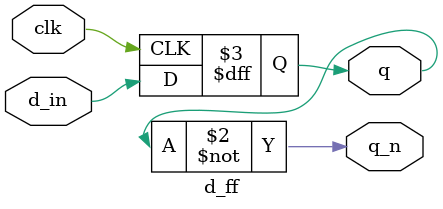
<source format=v>
module top_module (
    input clk,
    input x,
    output z
); 
    
    wire d_in1, d_in2, d_in3, q_n1, q_n2, q_n3;
    reg q1 = 0, q2 = 0, q3 = 0;
    
    d_ff dff1 (
        .clk(clk),
        .d_in(d_in1),
        .q(q1),
        .q_n(q_n1));
    
    d_ff dff2 (
        .clk(clk),
        .d_in(d_in2),
        .q(q2),
        .q_n(q_n2));
    
    d_ff dff3 (
        .clk(clk),
        .d_in(d_in3),
        .q(q3),
        .q_n(q_n3));
    
    assign {d_in1, d_in2, d_in3, z} = {x ^ q1, x & q_n2, x | q_n3, ~(q1 | q2 | q3)};
    
    
endmodule

module d_ff (
    input clk,
    input d_in,
    output reg q,
    output q_n
); 
    
    always @(posedge clk) begin
        q <= d_in;
    end
    
    assign q_n = ~q;
    
endmodule

</source>
